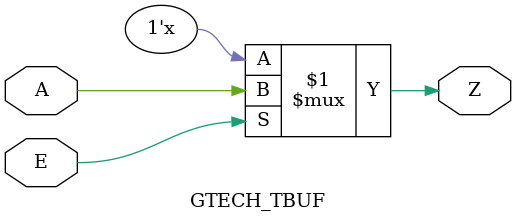
<source format=v>



module GTECH_TBUF (A, E, Z);  
	input A, E;
	output Z;

	bufif1 i1 (Z, A, E);
endmodule




</source>
